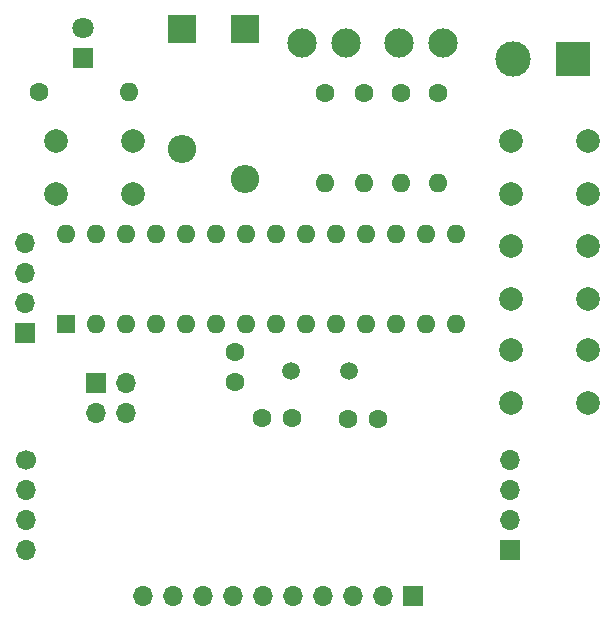
<source format=gbr>
%TF.GenerationSoftware,KiCad,Pcbnew,(5.1.9)-1*%
%TF.CreationDate,2021-02-09T22:22:39+00:00*%
%TF.ProjectId,DMX Relay,444d5820-5265-46c6-9179-2e6b69636164,rev?*%
%TF.SameCoordinates,Original*%
%TF.FileFunction,Soldermask,Bot*%
%TF.FilePolarity,Negative*%
%FSLAX46Y46*%
G04 Gerber Fmt 4.6, Leading zero omitted, Abs format (unit mm)*
G04 Created by KiCad (PCBNEW (5.1.9)-1) date 2021-02-09 22:22:39*
%MOMM*%
%LPD*%
G01*
G04 APERTURE LIST*
%ADD10O,1.700000X1.700000*%
%ADD11R,1.700000X1.700000*%
%ADD12C,3.000000*%
%ADD13R,3.000000X3.000000*%
%ADD14C,1.500000*%
%ADD15C,1.600000*%
%ADD16C,2.475000*%
%ADD17C,1.700000*%
%ADD18O,1.600000X1.600000*%
%ADD19C,1.800000*%
%ADD20R,1.800000X1.800000*%
%ADD21O,2.400000X2.400000*%
%ADD22R,2.400000X2.400000*%
%ADD23R,1.600000X1.600000*%
%ADD24C,2.000000*%
G04 APERTURE END LIST*
D10*
%TO.C,J3*%
X77530000Y-73690000D03*
X80070000Y-73690000D03*
X82610000Y-73690000D03*
X85150000Y-73690000D03*
X87690000Y-73690000D03*
X90230000Y-73690000D03*
X92770000Y-73690000D03*
X95310000Y-73690000D03*
X97850000Y-73690000D03*
D11*
X100390000Y-73690000D03*
%TD*%
D12*
%TO.C,J1*%
X108870000Y-28210000D03*
D13*
X113950000Y-28210000D03*
%TD*%
D14*
%TO.C,Y1*%
X94930000Y-54630000D03*
X90050000Y-54630000D03*
%TD*%
D10*
%TO.C,J4*%
X76100000Y-58210000D03*
X73560000Y-58210000D03*
X76100000Y-55670000D03*
D11*
X73560000Y-55670000D03*
%TD*%
D15*
%TO.C,C3*%
X85260000Y-55540000D03*
X85260000Y-53040000D03*
%TD*%
D16*
%TO.C,F1*%
X102900000Y-26860000D03*
X91000000Y-26860000D03*
X99200000Y-26860000D03*
X94700000Y-26860000D03*
%TD*%
D10*
%TO.C,U2*%
X67585000Y-69760000D03*
X67585000Y-67220000D03*
X67585000Y-64680000D03*
D17*
X67585000Y-62140000D03*
D10*
X108545000Y-62200000D03*
X108545000Y-64740000D03*
X108545000Y-67280000D03*
D11*
X108545000Y-69820000D03*
%TD*%
D18*
%TO.C,R5*%
X76360000Y-30980000D03*
D15*
X68740000Y-30980000D03*
%TD*%
D18*
%TO.C,R4*%
X92930000Y-38730000D03*
D15*
X92930000Y-31110000D03*
%TD*%
D18*
%TO.C,R3*%
X102500000Y-38730000D03*
D15*
X102500000Y-31110000D03*
%TD*%
%TO.C,R2*%
X96210000Y-31110000D03*
D18*
X96210000Y-38730000D03*
%TD*%
%TO.C,R1*%
X99355000Y-38730000D03*
D15*
X99355000Y-31110000D03*
%TD*%
D19*
%TO.C,D3*%
X72420000Y-25620000D03*
D20*
X72420000Y-28160000D03*
%TD*%
D21*
%TO.C,D2*%
X86110000Y-38360000D03*
D22*
X86110000Y-25660000D03*
%TD*%
D21*
%TO.C,D1*%
X80790000Y-35820000D03*
D22*
X80790000Y-25660000D03*
%TD*%
D18*
%TO.C,U1*%
X70950000Y-43000000D03*
X103970000Y-50620000D03*
X73490000Y-43000000D03*
X101430000Y-50620000D03*
X76030000Y-43000000D03*
X98890000Y-50620000D03*
X78570000Y-43000000D03*
X96350000Y-50620000D03*
X81110000Y-43000000D03*
X93810000Y-50620000D03*
X83650000Y-43000000D03*
X91270000Y-50620000D03*
X86190000Y-43000000D03*
X88730000Y-50620000D03*
X88730000Y-43000000D03*
X86190000Y-50620000D03*
X91270000Y-43000000D03*
X83650000Y-50620000D03*
X93810000Y-43000000D03*
X81110000Y-50620000D03*
X96350000Y-43000000D03*
X78570000Y-50620000D03*
X98890000Y-43000000D03*
X76030000Y-50620000D03*
X101430000Y-43000000D03*
X73490000Y-50620000D03*
X103970000Y-43000000D03*
D23*
X70950000Y-50620000D03*
%TD*%
D24*
%TO.C,SW4*%
X70180000Y-39650000D03*
X70180000Y-35150000D03*
X76680000Y-39650000D03*
X76680000Y-35150000D03*
%TD*%
%TO.C,SW3*%
X115160000Y-35160000D03*
X115160000Y-39660000D03*
X108660000Y-35160000D03*
X108660000Y-39660000D03*
%TD*%
%TO.C,SW2*%
X115160000Y-52850000D03*
X115160000Y-57350000D03*
X108660000Y-52850000D03*
X108660000Y-57350000D03*
%TD*%
%TO.C,SW1*%
X115160000Y-44005000D03*
X115160000Y-48505000D03*
X108660000Y-44005000D03*
X108660000Y-48505000D03*
%TD*%
D10*
%TO.C,J2*%
X67490000Y-43790000D03*
X67490000Y-46330000D03*
X67490000Y-48870000D03*
D11*
X67490000Y-51410000D03*
%TD*%
D15*
%TO.C,C2*%
X87600000Y-58620000D03*
X90100000Y-58620000D03*
%TD*%
%TO.C,C1*%
X97400000Y-58670000D03*
X94900000Y-58670000D03*
%TD*%
M02*

</source>
